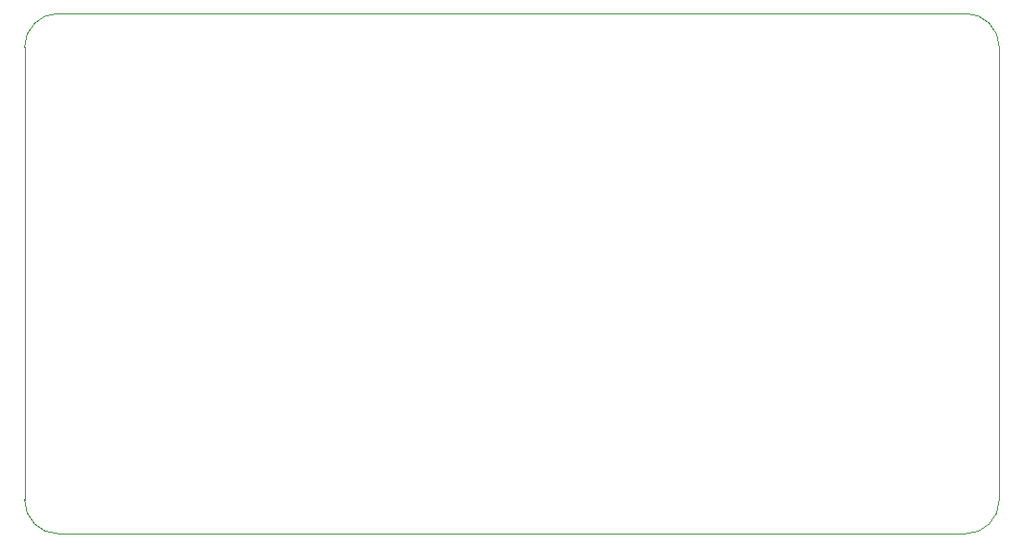
<source format=gbr>
%TF.GenerationSoftware,Altium Limited,Altium Designer,20.0.13 (296)*%
G04 Layer_Color=0*
%FSLAX26Y26*%
%MOIN*%
%TF.FileFunction,Profile,NP*%
%TF.Part,Single*%
G01*
G75*
%TA.AperFunction,Profile*%
%ADD113C,0.001000*%
D113*
X-118112Y-1D02*
Y1574803D01*
D02*
G02*
X-2Y1692913I118110J0D01*
G01*
X0Y1692913D01*
X3149606D01*
Y1692913D01*
D02*
G02*
X3267716Y1574803I0J-118110D01*
G01*
Y0D01*
D02*
G02*
X3149606Y-118110I-118110J0D01*
G01*
X0D01*
X-2Y-118111D01*
D02*
G02*
X-118112Y-1I0J118110D01*
G01*
%TF.MD5,d4ac6ff43108a6497cbb5731fb16f3af*%
M02*

</source>
